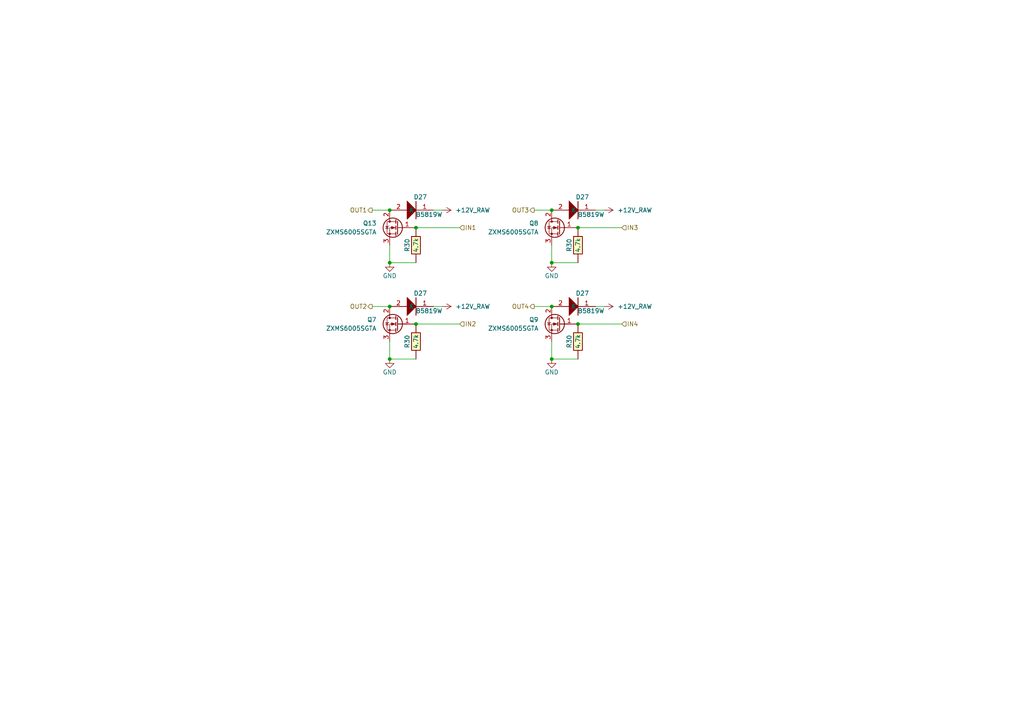
<source format=kicad_sch>
(kicad_sch (version 20230121) (generator eeschema)
  (paper "A4")
  (title_block (title "UAEFI Low Side") (date "2023-11-01") (company "rusefi.com"))
  (lib_symbols
    (symbol "Transistor_FET:BSP129" (pin_names hide)
      (property "Reference" "Q" (at 5.08 1.905 0))
      (property "Value" "BSP129" (at 5.08 0 0))
      (symbol "BSP129_0_1"
        (polyline (pts (xy 0.254 0) (xy -2.54 0)))
        (polyline (pts (xy 0.254 1.905) (xy 0.254 -1.905)) (stroke (width 0.254)))
        (polyline (pts (xy 0.762 -1.27) (xy 0.762 -2.286)) (stroke (width 0.254)))
        (polyline (pts (xy 0.762 0.508) (xy 0.762 -0.508)) (stroke (width 0.254)))
        (polyline (pts (xy 0.762 2.286) (xy 0.762 1.27)) (stroke (width 0.254)))
        (polyline (pts (xy 2.54 2.54) (xy 2.54 1.778)))
        (polyline (pts (xy 2.54 -2.54) (xy 2.54 0) (xy 0.762 0)))
        (polyline (pts (xy 0.762 -1.778) (xy 3.302 -1.778) (xy 3.302 1.778) (xy 0.762 1.778)))
        (polyline (pts (xy 1.016 0) (xy 2.032 0.381) (xy 2.032 -0.381) (xy 1.016 0)) (fill (type outline)))
        (polyline (pts (xy 2.794 0.508) (xy 2.921 0.381) (xy 3.683 0.381) (xy 3.81 0.254)))
        (polyline (pts (xy 3.302 0.381) (xy 2.921 -0.254) (xy 3.683 -0.254) (xy 3.302 0.381)))
        (circle (center 1.651 0) (radius 2.794) (stroke (width 0.254)))
        (circle (center 2.54 -1.778) (radius 0.254) (fill (type outline)))
        (circle (center 2.54 1.778) (radius 0.254) (fill (type outline)))
      )
      (symbol "BSP129_1_1"
        (pin input line (at -5.08 0 0) (length 5.08) (name "G") (number "1"))
        (pin passive line (at 2.54 5.08 270) (length 2.54) (name "D") (number "2"))
        (pin passive line (at 2.54 -5.08 90) (length 2.54) (name "S") (number "3"))
      )
    )
    (symbol "hellen-one-common:+12V_RAW" (power) (pin_names (offset 0))
      (property "Value" "+12V_RAW" (at 0 3.556 0))
      (symbol "+12V_RAW_0_1"
        (polyline (pts (xy -0.762 1.27) (xy 0 2.54)))
        (polyline (pts (xy 0 0) (xy 0 2.54)))
        (polyline (pts (xy 0 2.54) (xy 0.762 1.27)))
      )
      (symbol "+12V_RAW_1_1"
        (pin power_in line (at 0 0 90) (length 0) hide (name "+12V_RAW") (number "1"))
      )
    )
    (symbol "hellen-one-common:1N4148WS"
      (property "Reference" "D" (at 0 2.54 0))
      (property "Value" "1N4148WS" (at 0 -3.81 0))
      (symbol "1N4148WS_1_0"
        (polyline (pts (xy 2.54 2.54) (xy 2.54 -2.54)) (stroke (width 0.254)))
        (polyline (pts (xy 0 -2.54) (xy 2.54 0) (xy 0 2.54) (xy 0 -2.54)) (stroke (width 0.254)) (fill (type outline)))
        (pin passive line (at 7.62 0 180) (length 5.08) (name "K") (number "1"))
        (pin passive line (at -5.08 0 0) (length 5.08) (name "A") (number "2"))
      )
    )
    (symbol "hellen-one-common:Res" (pin_numbers hide)
      (property "Reference" "R" (at 3.81 2.54 0))
      (property "Value" "Res" (at 5.08 -2.54 0))
      (symbol "Res_1_0"
        (rectangle (start 2.54 -1.27) (end 7.62 1.27) (stroke (width 0.254)) (fill (type background)))
        (pin passive line (at 0 0 0) (length 2.54) (name "") (number "1"))
        (pin passive line (at 10.16 0 180) (length 2.54) (name "") (number "2"))
      )
    )
    (symbol "power:GND" (power) (pin_names (offset 0))
      (property "Value" "GND" (at 0 -3.81 0))
      (symbol "GND_0_1"
        (polyline (pts (xy 0 0) (xy 0 -1.27) (xy 1.27 -1.27) (xy 0 -2.54) (xy -1.27 -1.27) (xy 0 -1.27)))
      )
      (symbol "GND_1_1"
        (pin power_in line (at 0 0 270) (length 0) hide (name "GND") (number "1"))
      )
    )
  )
  (junction (at 160.02 76.2))
  (junction (at 120.65 66.04))
  (junction (at 113.03 88.9))
  (junction (at 160.02 104.14))
  (junction (at 167.64 93.98))
  (junction (at 160.02 88.9))
  (junction (at 160.02 60.96))
  (junction (at 113.03 60.96))
  (junction (at 113.03 76.2))
  (junction (at 120.65 93.98))
  (junction (at 167.64 66.04))
  (junction (at 113.03 104.14))
  (wire (pts (xy 113.03 99.06) (xy 113.03 104.14)))
  (wire (pts (xy 128.27 60.96) (xy 125.73 60.96)))
  (wire (pts (xy 120.65 66.04) (xy 133.35 66.04)))
  (wire (pts (xy 160.02 71.12) (xy 160.02 76.2)))
  (wire (pts (xy 128.27 88.9) (xy 125.73 88.9)))
  (wire (pts (xy 167.64 66.04) (xy 180.34 66.04)))
  (wire (pts (xy 175.26 88.9) (xy 172.72 88.9)))
  (wire (pts (xy 154.94 60.96) (xy 160.02 60.96)))
  (wire (pts (xy 113.03 76.2) (xy 120.65 76.2)))
  (wire (pts (xy 160.02 76.2) (xy 167.64 76.2)))
  (wire (pts (xy 160.02 104.14) (xy 167.64 104.14)))
  (wire (pts (xy 154.94 88.9) (xy 160.02 88.9)))
  (wire (pts (xy 113.03 104.14) (xy 120.65 104.14)))
  (wire (pts (xy 167.64 93.98) (xy 180.34 93.98)))
  (wire (pts (xy 160.02 99.06) (xy 160.02 104.14)))
  (wire (pts (xy 113.03 71.12) (xy 113.03 76.2)))
  (wire (pts (xy 175.26 60.96) (xy 172.72 60.96)))
  (wire (pts (xy 107.95 88.9) (xy 113.03 88.9)))
  (wire (pts (xy 107.95 60.96) (xy 113.03 60.96)))
  (wire (pts (xy 120.65 93.98) (xy 133.35 93.98)))
  (hierarchical_label "IN1" (shape input) (at 133.35 66.04 0))
  (hierarchical_label "OUT4" (shape output) (at 154.94 88.9 180))
  (hierarchical_label "OUT3" (shape output) (at 154.94 60.96 180))
  (hierarchical_label "OUT2" (shape output) (at 107.95 88.9 180))
  (hierarchical_label "IN2" (shape input) (at 133.35 93.98 0))
  (hierarchical_label "IN3" (shape input) (at 180.34 66.04 0))
  (hierarchical_label "OUT1" (shape output) (at 107.95 60.96 180))
  (hierarchical_label "IN4" (shape input) (at 180.34 93.98 0))
  (symbol (lib_id "Transistor_FET:BSP129") (at 162.56 66.04 0) (mirror y) (unit 1)
    (property "Reference" "Q8" (at 156.21 64.77 0) (effects (justify left)))
    (property "Value" "ZXMS6005SGTA" (at 156.21 67.31 0) (effects (justify left)))
    (property "Footprint" "Package_TO_SOT_SMD:SOT-223" (effects hide))
    (property "Datasheet" "https://www.diodes.com/assets/Datasheets/ds32249.pdf" (effects hide))
    (property "LCSC" "C174042" (effects hide))
    (instances (project "uaefi" (path "" (reference "Q8") (unit 1)) (path "" (reference "Q3") (unit 1))))
  )
  (symbol (lib_id "hellen-one-common:+12V_RAW") (at 175.26 88.9 270) (mirror x) (unit 1)
    (property "Reference" "#PWR03" (effects hide))
    (property "Value" "+12V_RAW" (at 179.07 88.9 90) (effects (justify left)))
    (instances (project "lowside_quad" (path "" (reference "#PWR03") (unit 1))) (project "alphax_4ch" (path "" (reference "#PWR03") (unit 1))) (project "uaefi" (path "" (reference "#PWR022") (unit 1)) (path "" (reference "#PWR074") (unit 1))))
  )
  (symbol (lib_id "hellen-one-common:Res") (at 120.65 76.2 90) (unit 1)
    (property "Reference" "R30" (at 118.11 71.12 0))
    (property "Value" "4.7k" (at 120.65 71.12 0))
    (property "Footprint" "hellen-one-common:R0603" (effects hide))
    (property "LCSC" "C23162" (effects hide))
    (instances (project "alphax_8ch" (path "" (reference "R30") (unit 1)) (path "" (reference "R67") (unit 1))) (project "uaefi" (path "" (reference "R53") (unit 1)) (path "" (reference "R30") (unit 1)) (path "" (reference "R10") (unit 1))))
  )
  (symbol (lib_id "hellen-one-common:+12V_RAW") (at 128.27 88.9 270) (mirror x) (unit 1)
    (property "Reference" "#PWR03" (effects hide))
    (property "Value" "+12V_RAW" (at 132.08 88.9 90) (effects (justify left)))
    (instances (project "lowside_quad" (path "" (reference "#PWR03") (unit 1))) (project "alphax_4ch" (path "" (reference "#PWR03") (unit 1))) (project "uaefi" (path "" (reference "#PWR022") (unit 1)) (path "" (reference "#PWR070") (unit 1))))
  )
  (symbol (lib_id "power:GND") (at 113.03 104.14 0) (unit 1)
    (property "Reference" "#PWR?" (effects hide))
    (property "Value" "GND" (at 113.03 107.95 0))
    (instances (project "hellen-hyundai-pb-154" (path "" (reference "#PWR?") (unit 1)) (path "" (reference "#PWR?") (unit 1))) (project "DUMB_COILS4" (path "" (reference "#PWR?") (unit 1))) (project "uaefi" (path "" (reference "#PWR018") (unit 1)) (path "" (reference "#PWR02") (unit 1)) (path "" (reference "#PWR09") (unit 1)) (path "" (reference "#PWR068") (unit 1))) (project "ign_quad" (path "" (reference "#PWR?") (unit 1))))
  )
  (symbol (lib_id "hellen-one-common:Res") (at 167.64 76.2 90) (unit 1)
    (property "Reference" "R30" (at 165.1 71.12 0))
    (property "Value" "4.7k" (at 167.64 71.12 0))
    (property "Footprint" "hellen-one-common:R0603" (effects hide))
    (property "LCSC" "C23162" (effects hide))
    (instances (project "alphax_8ch" (path "" (reference "R30") (unit 1)) (path "" (reference "R67") (unit 1))) (project "uaefi" (path "" (reference "R53") (unit 1)) (path "" (reference "R32") (unit 1)) (path "" (reference "R12") (unit 1))))
  )
  (symbol (lib_id "Transistor_FET:BSP129") (at 115.57 93.98 0) (mirror y) (unit 1)
    (property "Reference" "Q7" (at 109.22 92.71 0) (effects (justify left)))
    (property "Value" "ZXMS6005SGTA" (at 109.22 95.25 0) (effects (justify left)))
    (property "Footprint" "Package_TO_SOT_SMD:SOT-223" (effects hide))
    (property "Datasheet" "https://www.diodes.com/assets/Datasheets/ds32249.pdf" (effects hide))
    (property "LCSC" "C174042" (effects hide))
    (instances (project "uaefi" (path "" (reference "Q7") (unit 1)) (path "" (reference "Q2") (unit 1))))
  )
  (symbol (lib_id "Transistor_FET:BSP129") (at 115.57 66.04 0) (mirror y) (unit 1)
    (property "Reference" "Q13" (at 109.22 64.77 0) (effects (justify left)))
    (property "Value" "ZXMS6005SGTA" (at 109.22 67.31 0) (effects (justify left)))
    (property "Footprint" "Package_TO_SOT_SMD:SOT-223" (effects hide))
    (property "Datasheet" "https://www.diodes.com/assets/Datasheets/ds32249.pdf" (effects hide))
    (property "LCSC" "C174042" (effects hide))
    (instances (project "uaefi" (path "" (reference "Q13") (unit 1)) (path "" (reference "Q1") (unit 1))))
  )
  (symbol (lib_id "hellen-one-common:1N4148WS") (at 165.1 88.9 0) (mirror x) (unit 1)
    (property "Reference" "D27" (at 168.91 85.09 0))
    (property "Value" "B5819W" (at 171.45 90.17 0))
    (property "Footprint" "hellen-one-common:SOD-123" (effects hide))
    (property "LCSC" "C8598" (effects hide))
    (instances (project "lowside_quad" (path "" (reference "D27") (unit 1))) (project "alphax_8ch" (path "" (reference "D27") (unit 1)) (path "" (reference "D91") (unit 1))) (project "uaefi" (path "" (reference "D12") (unit 1)) (path "" (reference "D5") (unit 1))))
  )
  (symbol (lib_id "power:GND") (at 160.02 76.2 0) (unit 1)
    (property "Reference" "#PWR?" (effects hide))
    (property "Value" "GND" (at 160.02 80.01 0))
    (instances (project "hellen-hyundai-pb-154" (path "" (reference "#PWR?") (unit 1)) (path "" (reference "#PWR?") (unit 1))) (project "DUMB_COILS4" (path "" (reference "#PWR?") (unit 1))) (project "uaefi" (path "" (reference "#PWR018") (unit 1)) (path "" (reference "#PWR02") (unit 1)) (path "" (reference "#PWR013") (unit 1)) (path "" (reference "#PWR071") (unit 1))) (project "ign_quad" (path "" (reference "#PWR?") (unit 1))))
  )
  (symbol (lib_id "hellen-one-common:+12V_RAW") (at 128.27 60.96 270) (mirror x) (unit 1)
    (property "Reference" "#PWR03" (effects hide))
    (property "Value" "+12V_RAW" (at 132.08 60.96 90) (effects (justify left)))
    (instances (project "lowside_quad" (path "" (reference "#PWR03") (unit 1))) (project "alphax_4ch" (path "" (reference "#PWR03") (unit 1))) (project "uaefi" (path "" (reference "#PWR022") (unit 1)) (path "" (reference "#PWR069") (unit 1))))
  )
  (symbol (lib_id "hellen-one-common:+12V_RAW") (at 175.26 60.96 270) (mirror x) (unit 1)
    (property "Reference" "#PWR03" (effects hide))
    (property "Value" "+12V_RAW" (at 179.07 60.96 90) (effects (justify left)))
    (instances (project "lowside_quad" (path "" (reference "#PWR03") (unit 1))) (project "alphax_4ch" (path "" (reference "#PWR03") (unit 1))) (project "uaefi" (path "" (reference "#PWR022") (unit 1)) (path "" (reference "#PWR073") (unit 1))))
  )
  (symbol (lib_id "hellen-one-common:1N4148WS") (at 165.1 60.96 0) (mirror x) (unit 1)
    (property "Reference" "D27" (at 168.91 57.15 0))
    (property "Value" "B5819W" (at 171.45 62.23 0))
    (property "Footprint" "hellen-one-common:SOD-123" (effects hide))
    (property "LCSC" "C8598" (effects hide))
    (instances (project "lowside_quad" (path "" (reference "D27") (unit 1))) (project "alphax_8ch" (path "" (reference "D27") (unit 1)) (path "" (reference "D91") (unit 1))) (project "uaefi" (path "" (reference "D12") (unit 1)) (path "" (reference "D4") (unit 1))))
  )
  (symbol (lib_id "Transistor_FET:BSP129") (at 162.56 93.98 0) (mirror y) (unit 1)
    (property "Reference" "Q9" (at 156.21 92.71 0) (effects (justify left)))
    (property "Value" "ZXMS6005SGTA" (at 156.21 95.25 0) (effects (justify left)))
    (property "Footprint" "Package_TO_SOT_SMD:SOT-223" (effects hide))
    (property "Datasheet" "https://www.diodes.com/assets/Datasheets/ds32249.pdf" (effects hide))
    (property "LCSC" "C174042" (effects hide))
    (instances (project "uaefi" (path "" (reference "Q9") (unit 1)) (path "" (reference "Q4") (unit 1))))
  )
  (symbol (lib_id "power:GND") (at 113.03 76.2 0) (unit 1)
    (property "Reference" "#PWR?" (effects hide))
    (property "Value" "GND" (at 113.03 80.01 0))
    (instances (project "hellen-hyundai-pb-154" (path "" (reference "#PWR?") (unit 1)) (path "" (reference "#PWR?") (unit 1))) (project "DUMB_COILS4" (path "" (reference "#PWR?") (unit 1))) (project "uaefi" (path "" (reference "#PWR018") (unit 1)) (path "" (reference "#PWR02") (unit 1)) (path "" (reference "#PWR08") (unit 1)) (path "" (reference "#PWR067") (unit 1))) (project "ign_quad" (path "" (reference "#PWR?") (unit 1))))
  )
  (symbol (lib_id "hellen-one-common:1N4148WS") (at 118.11 60.96 0) (mirror x) (unit 1)
    (property "Reference" "D27" (at 121.92 57.15 0))
    (property "Value" "B5819W" (at 124.46 62.23 0))
    (property "Footprint" "hellen-one-common:SOD-123" (effects hide))
    (property "LCSC" "C8598" (effects hide))
    (instances (project "lowside_quad" (path "" (reference "D27") (unit 1))) (project "alphax_8ch" (path "" (reference "D27") (unit 1)) (path "" (reference "D91") (unit 1))) (project "uaefi" (path "" (reference "D12") (unit 1)) (path "" (reference "D2") (unit 1))))
  )
  (symbol (lib_id "power:GND") (at 160.02 104.14 0) (unit 1)
    (property "Reference" "#PWR?" (effects hide))
    (property "Value" "GND" (at 160.02 107.95 0))
    (instances (project "hellen-hyundai-pb-154" (path "" (reference "#PWR?") (unit 1)) (path "" (reference "#PWR?") (unit 1))) (project "DUMB_COILS4" (path "" (reference "#PWR?") (unit 1))) (project "uaefi" (path "" (reference "#PWR018") (unit 1)) (path "" (reference "#PWR02") (unit 1)) (path "" (reference "#PWR014") (unit 1)) (path "" (reference "#PWR072") (unit 1))) (project "ign_quad" (path "" (reference "#PWR?") (unit 1))))
  )
  (symbol (lib_id "hellen-one-common:1N4148WS") (at 118.11 88.9 0) (mirror x) (unit 1)
    (property "Reference" "D27" (at 121.92 85.09 0))
    (property "Value" "B5819W" (at 124.46 90.17 0))
    (property "Footprint" "hellen-one-common:SOD-123" (effects hide))
    (property "LCSC" "C8598" (effects hide))
    (instances (project "lowside_quad" (path "" (reference "D27") (unit 1))) (project "alphax_8ch" (path "" (reference "D27") (unit 1)) (path "" (reference "D91") (unit 1))) (project "uaefi" (path "" (reference "D12") (unit 1)) (path "" (reference "D3") (unit 1))))
  )
  (symbol (lib_id "hellen-one-common:Res") (at 167.64 104.14 90) (unit 1)
    (property "Reference" "R30" (at 165.1 99.06 0))
    (property "Value" "4.7k" (at 167.64 99.06 0))
    (property "Footprint" "hellen-one-common:R0603" (effects hide))
    (property "LCSC" "C23162" (effects hide))
    (instances (project "alphax_8ch" (path "" (reference "R30") (unit 1)) (path "" (reference "R67") (unit 1))) (project "uaefi" (path "" (reference "R53") (unit 1)) (path "" (reference "R33") (unit 1)) (path "" (reference "R13") (unit 1))))
  )
  (symbol (lib_id "hellen-one-common:Res") (at 120.65 104.14 90) (unit 1)
    (property "Reference" "R30" (at 118.11 99.06 0))
    (property "Value" "4.7k" (at 120.65 99.06 0))
    (property "Footprint" "hellen-one-common:R0603" (effects hide))
    (property "LCSC" "C23162" (effects hide))
    (instances (project "alphax_8ch" (path "" (reference "R30") (unit 1)) (path "" (reference "R67") (unit 1))) (project "uaefi" (path "" (reference "R53") (unit 1)) (path "" (reference "R31") (unit 1)) (path "" (reference "R11") (unit 1))))
  )
)
</source>
